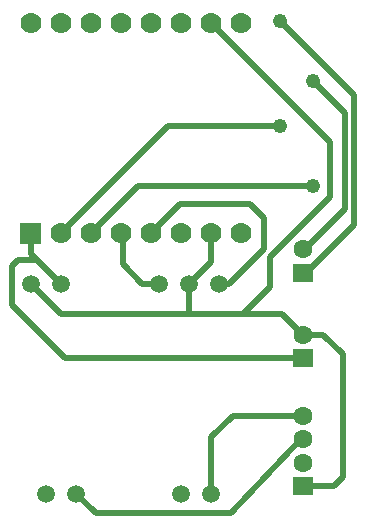
<source format=gtl>
G04 Layer: TopLayer*
G04 EasyEDA v6.4.5, 2020-09-09T10:55:23+00:00*
G04 38f018f296924ca58de56823afda666e,b97ca10cbf7f413284ca0e80e24dcd20,10*
G04 Gerber Generator version 0.2*
G04 Scale: 100 percent, Rotated: No, Reflected: No *
G04 Dimensions in inches *
G04 leading zeros omitted , absolute positions ,2 integer and 4 decimal *
%FSLAX24Y24*%
%MOIN*%
G90*
G70D02*

%ADD11C,0.020000*%
%ADD12C,0.047700*%
%ADD13C,0.059370*%
%ADD14C,0.062992*%
%ADD15R,0.066000X0.062992*%
%ADD17C,0.070000*%

%LPD*%
G54D11*
G01X6993Y16692D02*
G01X10950Y12734D01*
G01X10950Y10900D01*
G01X8950Y8900D01*
G01X8950Y7900D01*
G01X8050Y7000D01*
G01X7914Y7000D01*
G01X7000Y1000D02*
G01X7000Y2900D01*
G01X7713Y3613D01*
G01X10009Y3613D01*
G01X9300Y16750D02*
G01X11750Y14300D01*
G01X11750Y9967D01*
G01X10158Y8375D01*
G01X2500Y1000D02*
G01X3150Y350D01*
G01X7650Y350D01*
G01X7650Y350D01*
G01X10009Y2825D01*
G01X10008Y1250D02*
G01X11100Y1250D01*
G01X11400Y1550D01*
G01X11400Y5650D01*
G01X10743Y6306D01*
G01X10058Y6306D01*
G01X7250Y8000D02*
G01X7600Y8000D01*
G01X8750Y9150D01*
G01X8750Y10200D01*
G01X8300Y10650D01*
G01X5952Y10650D01*
G01X4993Y9692D01*
G01X10400Y14750D02*
G01X11450Y13700D01*
G01X11450Y10500D01*
G01X10159Y9209D01*
G01X10159Y9155D01*
G01X10400Y11250D02*
G01X4551Y11250D01*
G01X2993Y9691D01*
G01X9300Y13250D02*
G01X5551Y13250D01*
G01X1993Y9691D01*
G01X6250Y7000D02*
G01X9364Y7000D01*
G01X10059Y6305D01*
G01X1196Y8803D02*
G01X553Y8803D01*
G01X350Y8600D01*
G01X350Y7300D01*
G01X2124Y5525D01*
G01X10058Y5525D01*
G01X6250Y8000D02*
G01X6250Y7000D01*
G01X6993Y9691D02*
G01X6993Y8743D01*
G01X6250Y8000D01*
G01X5250Y8000D02*
G01X4700Y8000D01*
G01X4050Y8650D01*
G01X4050Y9635D01*
G01X3993Y9691D01*
G01X2000Y8000D02*
G01X993Y9006D01*
G01X993Y9691D01*
G01X1000Y8000D02*
G01X2000Y7000D01*
G01X6250Y7000D01*
G54D12*
G01X9300Y13250D03*
G01X9300Y16750D03*
G01X10400Y11250D03*
G01X10400Y14750D03*
G54D13*
G01X7000Y1000D03*
G01X6000Y1000D03*
G01X1500Y1000D03*
G01X2500Y1000D03*
G01X1000Y8000D03*
G01X2000Y8000D03*
G01X7250Y8000D03*
G01X6250Y8000D03*
G01X5250Y8000D03*
G54D14*
G01X10059Y6305D03*
G54D15*
G01X10058Y5525D03*
G54D14*
G01X10059Y9155D03*
G54D15*
G01X10058Y8375D03*
G36*
G01X643Y10041D02*
G01X1343Y10041D01*
G01X1343Y9341D01*
G01X643Y9341D01*
G01X643Y10041D01*
G37*
G54D17*
G01X1993Y9691D03*
G01X2993Y9691D03*
G01X3993Y9691D03*
G01X4993Y9691D03*
G01X5993Y9691D03*
G01X6993Y9691D03*
G01X7993Y9691D03*
G01X993Y16691D03*
G01X1993Y16691D03*
G01X2993Y16691D03*
G01X3993Y16691D03*
G01X4993Y16691D03*
G01X5993Y16691D03*
G01X6993Y16691D03*
G01X7993Y16691D03*
G54D14*
G01X10059Y2825D03*
G01X10059Y2038D03*
G54D15*
G01X10058Y1250D03*
G54D14*
G01X10059Y3613D03*
M00*
M02*

</source>
